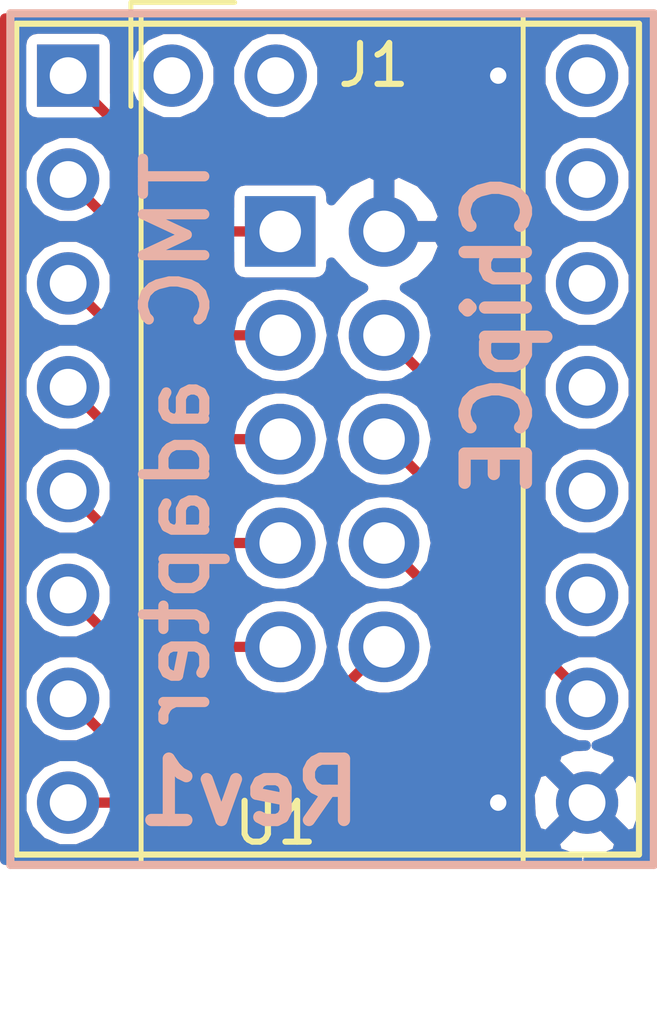
<source format=kicad_pcb>
(kicad_pcb (version 20171130) (host pcbnew 5.0.2+dfsg1-1)

  (general
    (thickness 1.6)
    (drawings 7)
    (tracks 28)
    (zones 0)
    (modules 2)
    (nets 19)
  )

  (page A4)
  (layers
    (0 F.Cu signal)
    (31 B.Cu signal)
    (32 B.Adhes user)
    (33 F.Adhes user)
    (34 B.Paste user)
    (35 F.Paste user)
    (36 B.SilkS user)
    (37 F.SilkS user)
    (38 B.Mask user)
    (39 F.Mask user)
    (40 Dwgs.User user)
    (41 Cmts.User user)
    (42 Eco1.User user)
    (43 Eco2.User user)
    (44 Edge.Cuts user)
    (45 Margin user)
    (46 B.CrtYd user)
    (47 F.CrtYd user)
    (48 B.Fab user)
    (49 F.Fab user)
  )

  (setup
    (last_trace_width 0.25)
    (trace_clearance 0.2)
    (zone_clearance 0.254)
    (zone_45_only no)
    (trace_min 0.2)
    (segment_width 0.2)
    (edge_width 0.15)
    (via_size 0.8)
    (via_drill 0.4)
    (via_min_size 0.4)
    (via_min_drill 0.3)
    (uvia_size 0.3)
    (uvia_drill 0.1)
    (uvias_allowed no)
    (uvia_min_size 0.2)
    (uvia_min_drill 0.1)
    (pcb_text_width 0.3)
    (pcb_text_size 1.5 1.5)
    (mod_edge_width 0.15)
    (mod_text_size 1 1)
    (mod_text_width 0.15)
    (pad_size 1.524 1.524)
    (pad_drill 0.762)
    (pad_to_mask_clearance 0.051)
    (solder_mask_min_width 0.25)
    (aux_axis_origin 0 0)
    (visible_elements FFFFFF7F)
    (pcbplotparams
      (layerselection 0x010fc_ffffffff)
      (usegerberextensions true)
      (usegerberattributes false)
      (usegerberadvancedattributes false)
      (creategerberjobfile false)
      (excludeedgelayer true)
      (linewidth 0.100000)
      (plotframeref false)
      (viasonmask false)
      (mode 1)
      (useauxorigin false)
      (hpglpennumber 1)
      (hpglpenspeed 20)
      (hpglpendiameter 15.000000)
      (psnegative false)
      (psa4output false)
      (plotreference true)
      (plotvalue true)
      (plotinvisibletext false)
      (padsonsilk false)
      (subtractmaskfromsilk false)
      (outputformat 1)
      (mirror false)
      (drillshape 0)
      (scaleselection 1)
      (outputdirectory "export/"))
  )

  (net 0 "")
  (net 1 "Net-(J1-Pad1)")
  (net 2 "Net-(J1-Pad3)")
  (net 3 GND)
  (net 4 "Net-(J1-Pad5)")
  (net 5 "Net-(J1-Pad6)")
  (net 6 "Net-(J1-Pad7)")
  (net 7 "Net-(J1-Pad8)")
  (net 8 "Net-(J1-Pad9)")
  (net 9 "Net-(J1-Pad10)")
  (net 10 "Net-(U1-Pad11)")
  (net 11 "Net-(U1-Pad12)")
  (net 12 "Net-(U1-Pad13)")
  (net 13 "Net-(U1-Pad14)")
  (net 14 "Net-(U1-Pad15)")
  (net 15 "Net-(U1-Pad16)")
  (net 16 "Net-(U1-Pad17)")
  (net 17 "Net-(J1-Pad4)")
  (net 18 "Net-(U1-Pad18)")

  (net_class Default "This is the default net class."
    (clearance 0.2)
    (trace_width 0.25)
    (via_dia 0.8)
    (via_drill 0.4)
    (uvia_dia 0.3)
    (uvia_drill 0.1)
    (add_net GND)
    (add_net "Net-(J1-Pad1)")
    (add_net "Net-(J1-Pad10)")
    (add_net "Net-(J1-Pad3)")
    (add_net "Net-(J1-Pad4)")
    (add_net "Net-(J1-Pad5)")
    (add_net "Net-(J1-Pad6)")
    (add_net "Net-(J1-Pad7)")
    (add_net "Net-(J1-Pad8)")
    (add_net "Net-(J1-Pad9)")
    (add_net "Net-(U1-Pad11)")
    (add_net "Net-(U1-Pad12)")
    (add_net "Net-(U1-Pad13)")
    (add_net "Net-(U1-Pad14)")
    (add_net "Net-(U1-Pad15)")
    (add_net "Net-(U1-Pad16)")
    (add_net "Net-(U1-Pad17)")
    (add_net "Net-(U1-Pad18)")
  )

  (module Connector_IDC:IDC-Header_2x05_P2.54mm_Vertical (layer F.Cu) (tedit 59DE0611) (tstamp 6100A484)
    (at 152.146 72.39)
    (descr "Through hole straight IDC box header, 2x05, 2.54mm pitch, double rows")
    (tags "Through hole IDC box header THT 2x05 2.54mm double row")
    (path /60F40E0B)
    (fp_text reference J1 (at 2.286 -4.064) (layer F.SilkS)
      (effects (font (size 1 1) (thickness 0.15)))
    )
    (fp_text value header_2x5 (at 1.27 16.764) (layer F.Fab)
      (effects (font (size 1 1) (thickness 0.15)))
    )
    (fp_text user %R (at 1.27 5.08) (layer F.Fab)
      (effects (font (size 1 1) (thickness 0.15)))
    )
    (fp_line (start 5.695 -5.1) (end 5.695 15.26) (layer F.Fab) (width 0.1))
    (fp_line (start 5.145 -4.56) (end 5.145 14.7) (layer F.Fab) (width 0.1))
    (fp_line (start -3.155 -5.1) (end -3.155 15.26) (layer F.Fab) (width 0.1))
    (fp_line (start -2.605 -4.56) (end -2.605 2.83) (layer F.Fab) (width 0.1))
    (fp_line (start -2.605 7.33) (end -2.605 14.7) (layer F.Fab) (width 0.1))
    (fp_line (start -2.605 2.83) (end -3.155 2.83) (layer F.Fab) (width 0.1))
    (fp_line (start -2.605 7.33) (end -3.155 7.33) (layer F.Fab) (width 0.1))
    (fp_line (start 5.695 -5.1) (end -3.155 -5.1) (layer F.Fab) (width 0.1))
    (fp_line (start 5.145 -4.56) (end -2.605 -4.56) (layer F.Fab) (width 0.1))
    (fp_line (start 5.695 15.26) (end -3.155 15.26) (layer F.Fab) (width 0.1))
    (fp_line (start 5.145 14.7) (end -2.605 14.7) (layer F.Fab) (width 0.1))
    (fp_line (start 5.695 -5.1) (end 5.145 -4.56) (layer F.Fab) (width 0.1))
    (fp_line (start 5.695 15.26) (end 5.145 14.7) (layer F.Fab) (width 0.1))
    (fp_line (start -3.155 -5.1) (end -2.605 -4.56) (layer F.Fab) (width 0.1))
    (fp_line (start -3.155 15.26) (end -2.605 14.7) (layer F.Fab) (width 0.1))
    (fp_line (start 5.95 -5.35) (end 5.95 15.51) (layer F.CrtYd) (width 0.05))
    (fp_line (start 5.95 15.51) (end -3.41 15.51) (layer F.CrtYd) (width 0.05))
    (fp_line (start -3.41 15.51) (end -3.41 -5.35) (layer F.CrtYd) (width 0.05))
    (fp_line (start -3.41 -5.35) (end 5.95 -5.35) (layer F.CrtYd) (width 0.05))
    (fp_line (start 5.945 -5.35) (end 5.945 15.51) (layer F.SilkS) (width 0.12))
    (fp_line (start 5.945 15.51) (end -3.405 15.51) (layer F.SilkS) (width 0.12))
    (fp_line (start -3.405 15.51) (end -3.405 -5.35) (layer F.SilkS) (width 0.12))
    (fp_line (start -3.405 -5.35) (end 5.945 -5.35) (layer F.SilkS) (width 0.12))
    (fp_line (start -3.655 -5.6) (end -3.655 -3.06) (layer F.SilkS) (width 0.12))
    (fp_line (start -3.655 -5.6) (end -1.115 -5.6) (layer F.SilkS) (width 0.12))
    (pad 1 thru_hole rect (at 0 0) (size 1.7272 1.7272) (drill 1.016) (layers *.Cu *.Mask)
      (net 1 "Net-(J1-Pad1)"))
    (pad 2 thru_hole oval (at 2.54 0) (size 1.7272 1.7272) (drill 1.016) (layers *.Cu *.Mask)
      (net 3 GND))
    (pad 3 thru_hole oval (at 0 2.54) (size 1.7272 1.7272) (drill 1.016) (layers *.Cu *.Mask)
      (net 2 "Net-(J1-Pad3)"))
    (pad 4 thru_hole oval (at 2.54 2.54) (size 1.7272 1.7272) (drill 1.016) (layers *.Cu *.Mask)
      (net 17 "Net-(J1-Pad4)"))
    (pad 5 thru_hole oval (at 0 5.08) (size 1.7272 1.7272) (drill 1.016) (layers *.Cu *.Mask)
      (net 4 "Net-(J1-Pad5)"))
    (pad 6 thru_hole oval (at 2.54 5.08) (size 1.7272 1.7272) (drill 1.016) (layers *.Cu *.Mask)
      (net 5 "Net-(J1-Pad6)"))
    (pad 7 thru_hole oval (at 0 7.62) (size 1.7272 1.7272) (drill 1.016) (layers *.Cu *.Mask)
      (net 6 "Net-(J1-Pad7)"))
    (pad 8 thru_hole oval (at 2.54 7.62) (size 1.7272 1.7272) (drill 1.016) (layers *.Cu *.Mask)
      (net 7 "Net-(J1-Pad8)"))
    (pad 9 thru_hole oval (at 0 10.16) (size 1.7272 1.7272) (drill 1.016) (layers *.Cu *.Mask)
      (net 8 "Net-(J1-Pad9)"))
    (pad 10 thru_hole oval (at 2.54 10.16) (size 1.7272 1.7272) (drill 1.016) (layers *.Cu *.Mask)
      (net 9 "Net-(J1-Pad10)"))
    (model ${KISYS3DMOD}/Connector_IDC.3dshapes/IDC-Header_2x05_P2.54mm_Vertical.wrl
      (at (xyz 0 0 0))
      (scale (xyz 1 1 1))
      (rotate (xyz 0 0 0))
    )
  )

  (module custom-footprints:TMC-step-stick (layer F.Cu) (tedit 60F3D74F) (tstamp 6100A290)
    (at 152.035001 86.36)
    (path /60F3E2F4)
    (fp_text reference U1 (at 0 0.5) (layer F.SilkS)
      (effects (font (size 1 1) (thickness 0.15)))
    )
    (fp_text value TMC-step-stick (at 1.380999 4.572) (layer F.Fab)
      (effects (font (size 1 1) (thickness 0.15)))
    )
    (fp_line (start -6.35 -19.05) (end 8.89 -19.05) (layer F.SilkS) (width 0.15))
    (fp_line (start 8.89 -19.05) (end 8.89 1.27) (layer F.SilkS) (width 0.15))
    (fp_line (start 8.89 1.27) (end -6.35 1.27) (layer F.SilkS) (width 0.15))
    (fp_line (start -6.35 1.27) (end -6.35 -19.05) (layer F.SilkS) (width 0.15))
    (fp_line (start -6.35 -19.05) (end 8.89 -19.05) (layer F.CrtYd) (width 0.15))
    (fp_line (start 8.89 -19.05) (end 8.89 1.27) (layer F.CrtYd) (width 0.15))
    (fp_line (start 8.89 1.27) (end -6.35 1.27) (layer F.CrtYd) (width 0.15))
    (fp_line (start -6.35 1.27) (end -6.35 -19.05) (layer F.CrtYd) (width 0.15))
    (pad 1 thru_hole rect (at -5.08 -17.78) (size 1.524 1.524) (drill 0.9) (layers *.Cu *.Mask)
      (net 1 "Net-(J1-Pad1)"))
    (pad 2 thru_hole circle (at -5.08 -15.24) (size 1.524 1.524) (drill 0.9) (layers *.Cu *.Mask)
      (net 2 "Net-(J1-Pad3)"))
    (pad 3 thru_hole circle (at -5.08 -12.7) (size 1.524 1.524) (drill 0.9) (layers *.Cu *.Mask)
      (net 4 "Net-(J1-Pad5)"))
    (pad 4 thru_hole circle (at -5.08 -10.16) (size 1.524 1.524) (drill 0.9) (layers *.Cu *.Mask)
      (net 6 "Net-(J1-Pad7)"))
    (pad 5 thru_hole circle (at -5.08 -7.62) (size 1.524 1.524) (drill 0.9) (layers *.Cu *.Mask)
      (net 8 "Net-(J1-Pad9)"))
    (pad 6 thru_hole circle (at -5.08 -5.08) (size 1.524 1.524) (drill 0.9) (layers *.Cu *.Mask)
      (net 9 "Net-(J1-Pad10)"))
    (pad 7 thru_hole circle (at -5.08 -2.54) (size 1.524 1.524) (drill 0.9) (layers *.Cu *.Mask)
      (net 7 "Net-(J1-Pad8)"))
    (pad 8 thru_hole circle (at -5.08 0) (size 1.524 1.524) (drill 0.9) (layers *.Cu *.Mask)
      (net 5 "Net-(J1-Pad6)"))
    (pad 9 thru_hole circle (at 7.62 0) (size 1.524 1.524) (drill 0.9) (layers *.Cu *.Mask)
      (net 3 GND))
    (pad 10 thru_hole circle (at 7.62 -2.54) (size 1.524 1.524) (drill 0.9) (layers *.Cu *.Mask)
      (net 17 "Net-(J1-Pad4)"))
    (pad 11 thru_hole circle (at 7.62 -5.08) (size 1.524 1.524) (drill 0.9) (layers *.Cu *.Mask)
      (net 10 "Net-(U1-Pad11)"))
    (pad 12 thru_hole circle (at 7.62 -7.62) (size 1.524 1.524) (drill 0.9) (layers *.Cu *.Mask)
      (net 11 "Net-(U1-Pad12)"))
    (pad 13 thru_hole circle (at 7.62 -10.16) (size 1.524 1.524) (drill 0.9) (layers *.Cu *.Mask)
      (net 12 "Net-(U1-Pad13)"))
    (pad 14 thru_hole circle (at 7.62 -12.7) (size 1.524 1.524) (drill 0.9) (layers *.Cu *.Mask)
      (net 13 "Net-(U1-Pad14)"))
    (pad 15 thru_hole circle (at 7.62 -15.24) (size 1.524 1.524) (drill 0.9) (layers *.Cu *.Mask)
      (net 14 "Net-(U1-Pad15)"))
    (pad 16 thru_hole circle (at 7.62 -17.78) (size 1.524 1.524) (drill 0.9) (layers *.Cu *.Mask)
      (net 15 "Net-(U1-Pad16)"))
    (pad 17 thru_hole circle (at -2.54 -17.78) (size 1.524 1.524) (drill 0.9) (layers *.Cu *.Mask)
      (net 16 "Net-(U1-Pad17)"))
    (pad 18 thru_hole circle (at 0 -17.78) (size 1.524 1.524) (drill 0.9) (layers *.Cu *.Mask)
      (net 18 "Net-(U1-Pad18)"))
  )

  (gr_text ChipCE (at 157.48 74.93 90) (layer B.SilkS)
    (effects (font (size 1.5 1.5) (thickness 0.3)) (justify mirror))
  )
  (gr_text Rev1 (at 151.384 86.106) (layer B.SilkS)
    (effects (font (size 1.5 1.5) (thickness 0.3)) (justify mirror))
  )
  (gr_text "TMC adapter" (at 149.606 77.47 90) (layer B.SilkS)
    (effects (font (size 1.5 1.5) (thickness 0.25)) (justify mirror))
  )
  (gr_line (start 161.29 67.056) (end 145.542 67.056) (layer B.SilkS) (width 0.2))
  (gr_line (start 161.29 87.884) (end 161.29 67.056) (layer B.SilkS) (width 0.2))
  (gr_line (start 145.542 87.884) (end 161.29 87.884) (layer B.SilkS) (width 0.2))
  (gr_line (start 145.542 67.056) (end 145.542 87.884) (layer B.SilkS) (width 0.2))

  (segment (start 150.765001 72.39) (end 152.146 72.39) (width 0.25) (layer F.Cu) (net 1))
  (segment (start 146.955001 68.58) (end 150.765001 72.39) (width 0.25) (layer F.Cu) (net 1))
  (segment (start 150.765001 74.93) (end 152.146 74.93) (width 0.25) (layer F.Cu) (net 2))
  (segment (start 146.955001 71.12) (end 150.765001 74.93) (width 0.25) (layer F.Cu) (net 2))
  (via (at 157.48 86.36) (size 0.8) (drill 0.4) (layers F.Cu B.Cu) (net 3))
  (via (at 157.48 68.58) (size 0.8) (drill 0.4) (layers F.Cu B.Cu) (net 3))
  (segment (start 150.765001 77.47) (end 152.146 77.47) (width 0.25) (layer F.Cu) (net 4))
  (segment (start 146.955001 73.66) (end 150.765001 77.47) (width 0.25) (layer F.Cu) (net 4))
  (segment (start 156.91401 79.69801) (end 155.549599 78.333599) (width 0.25) (layer F.Cu) (net 5))
  (segment (start 156.91401 83.82) (end 156.91401 79.69801) (width 0.25) (layer F.Cu) (net 5))
  (segment (start 146.955001 86.36) (end 154.432 86.36) (width 0.25) (layer F.Cu) (net 5))
  (segment (start 155.549599 78.333599) (end 154.686 77.47) (width 0.25) (layer F.Cu) (net 5))
  (segment (start 154.432 86.36) (end 156.91401 83.82) (width 0.25) (layer F.Cu) (net 5))
  (segment (start 150.765001 80.01) (end 152.146 80.01) (width 0.25) (layer F.Cu) (net 6))
  (segment (start 146.955001 76.2) (end 150.765001 80.01) (width 0.25) (layer F.Cu) (net 6))
  (segment (start 156.464 83.566) (end 156.464 81.788) (width 0.25) (layer F.Cu) (net 7))
  (segment (start 156.464 81.788) (end 154.686 80.01) (width 0.25) (layer F.Cu) (net 7))
  (segment (start 154.686 85.344) (end 156.464 83.566) (width 0.25) (layer F.Cu) (net 7))
  (segment (start 146.955001 83.82) (end 148.479001 85.344) (width 0.25) (layer F.Cu) (net 7))
  (segment (start 148.479001 85.344) (end 154.686 85.344) (width 0.25) (layer F.Cu) (net 7))
  (segment (start 150.765001 82.55) (end 152.146 82.55) (width 0.25) (layer F.Cu) (net 8))
  (segment (start 146.955001 78.74) (end 150.765001 82.55) (width 0.25) (layer F.Cu) (net 8))
  (segment (start 146.955001 81.28) (end 150.257001 84.582) (width 0.25) (layer F.Cu) (net 9))
  (segment (start 152.654 84.582) (end 154.686 82.55) (width 0.25) (layer F.Cu) (net 9))
  (segment (start 150.257001 84.582) (end 152.654 84.582) (width 0.25) (layer F.Cu) (net 9))
  (segment (start 157.734 81.898999) (end 159.655001 83.82) (width 0.25) (layer F.Cu) (net 17))
  (segment (start 154.686 74.93) (end 157.734 77.978) (width 0.25) (layer F.Cu) (net 17))
  (segment (start 157.734 77.978) (end 157.734 81.898999) (width 0.25) (layer F.Cu) (net 17))

  (zone (net 3) (net_name GND) (layer F.Cu) (tstamp 610ED006) (hatch edge 0.508)
    (connect_pads (clearance 0.254))
    (min_thickness 0.254)
    (fill yes (arc_segments 16) (thermal_gap 0.508) (thermal_bridge_width 0.508))
    (polygon
      (pts
        (xy 145.288 67.056) (xy 161.29 67.056) (xy 161.29 87.884) (xy 145.288 87.884)
      )
    )
    (filled_polygon
      (pts
        (xy 161.163 87.757) (xy 159.689932 87.757) (xy 160.002369 87.741362) (xy 160.386144 87.582397) (xy 160.455609 87.340213)
        (xy 159.655001 86.539605) (xy 158.854393 87.340213) (xy 158.923858 87.582397) (xy 159.413264 87.757) (xy 145.415 87.757)
        (xy 145.415 78.512643) (xy 145.812001 78.512643) (xy 145.812001 78.967357) (xy 145.986012 79.387458) (xy 146.307543 79.708989)
        (xy 146.727644 79.883) (xy 147.182358 79.883) (xy 147.323816 79.824406) (xy 150.371964 82.872555) (xy 150.400195 82.914806)
        (xy 150.512782 82.990033) (xy 150.567569 83.026641) (xy 150.765001 83.065913) (xy 150.814836 83.056) (xy 150.987231 83.056)
        (xy 151.248694 83.447306) (xy 151.660381 83.722387) (xy 152.023419 83.7946) (xy 152.268581 83.7946) (xy 152.631619 83.722387)
        (xy 153.043306 83.447306) (xy 153.318387 83.035619) (xy 153.414983 82.55) (xy 153.318387 82.064381) (xy 153.043306 81.652694)
        (xy 152.631619 81.377613) (xy 152.268581 81.3054) (xy 152.023419 81.3054) (xy 151.660381 81.377613) (xy 151.248694 81.652694)
        (xy 150.987231 82.044) (xy 150.974593 82.044) (xy 148.039407 79.108815) (xy 148.098001 78.967357) (xy 148.098001 78.512643)
        (xy 147.92399 78.092542) (xy 147.602459 77.771011) (xy 147.182358 77.597) (xy 146.727644 77.597) (xy 146.307543 77.771011)
        (xy 145.986012 78.092542) (xy 145.812001 78.512643) (xy 145.415 78.512643) (xy 145.415 75.972643) (xy 145.812001 75.972643)
        (xy 145.812001 76.427357) (xy 145.986012 76.847458) (xy 146.307543 77.168989) (xy 146.727644 77.343) (xy 147.182358 77.343)
        (xy 147.323816 77.284406) (xy 150.371964 80.332555) (xy 150.400195 80.374806) (xy 150.512782 80.450033) (xy 150.567569 80.486641)
        (xy 150.765001 80.525913) (xy 150.814836 80.516) (xy 150.987231 80.516) (xy 151.248694 80.907306) (xy 151.660381 81.182387)
        (xy 152.023419 81.2546) (xy 152.268581 81.2546) (xy 152.631619 81.182387) (xy 153.043306 80.907306) (xy 153.318387 80.495619)
        (xy 153.414983 80.01) (xy 153.318387 79.524381) (xy 153.043306 79.112694) (xy 152.631619 78.837613) (xy 152.268581 78.7654)
        (xy 152.023419 78.7654) (xy 151.660381 78.837613) (xy 151.248694 79.112694) (xy 150.987231 79.504) (xy 150.974593 79.504)
        (xy 148.039407 76.568815) (xy 148.098001 76.427357) (xy 148.098001 75.972643) (xy 147.92399 75.552542) (xy 147.602459 75.231011)
        (xy 147.182358 75.057) (xy 146.727644 75.057) (xy 146.307543 75.231011) (xy 145.986012 75.552542) (xy 145.812001 75.972643)
        (xy 145.415 75.972643) (xy 145.415 73.432643) (xy 145.812001 73.432643) (xy 145.812001 73.887357) (xy 145.986012 74.307458)
        (xy 146.307543 74.628989) (xy 146.727644 74.803) (xy 147.182358 74.803) (xy 147.323816 74.744406) (xy 150.371964 77.792555)
        (xy 150.400195 77.834806) (xy 150.512782 77.910033) (xy 150.567569 77.946641) (xy 150.765001 77.985913) (xy 150.814836 77.976)
        (xy 150.987231 77.976) (xy 151.248694 78.367306) (xy 151.660381 78.642387) (xy 152.023419 78.7146) (xy 152.268581 78.7146)
        (xy 152.631619 78.642387) (xy 153.043306 78.367306) (xy 153.318387 77.955619) (xy 153.414983 77.47) (xy 153.318387 76.984381)
        (xy 153.043306 76.572694) (xy 152.631619 76.297613) (xy 152.268581 76.2254) (xy 152.023419 76.2254) (xy 151.660381 76.297613)
        (xy 151.248694 76.572694) (xy 150.987231 76.964) (xy 150.974593 76.964) (xy 148.039407 74.028815) (xy 148.098001 73.887357)
        (xy 148.098001 73.432643) (xy 147.92399 73.012542) (xy 147.602459 72.691011) (xy 147.182358 72.517) (xy 146.727644 72.517)
        (xy 146.307543 72.691011) (xy 145.986012 73.012542) (xy 145.812001 73.432643) (xy 145.415 73.432643) (xy 145.415 70.892643)
        (xy 145.812001 70.892643) (xy 145.812001 71.347357) (xy 145.986012 71.767458) (xy 146.307543 72.088989) (xy 146.727644 72.263)
        (xy 147.182358 72.263) (xy 147.323816 72.204406) (xy 150.371964 75.252555) (xy 150.400195 75.294806) (xy 150.512782 75.370033)
        (xy 150.567569 75.406641) (xy 150.765001 75.445913) (xy 150.814836 75.436) (xy 150.987231 75.436) (xy 151.248694 75.827306)
        (xy 151.660381 76.102387) (xy 152.023419 76.1746) (xy 152.268581 76.1746) (xy 152.631619 76.102387) (xy 153.043306 75.827306)
        (xy 153.318387 75.415619) (xy 153.414983 74.93) (xy 153.318387 74.444381) (xy 153.043306 74.032694) (xy 152.631619 73.757613)
        (xy 152.268581 73.6854) (xy 152.023419 73.6854) (xy 151.660381 73.757613) (xy 151.248694 74.032694) (xy 150.987231 74.424)
        (xy 150.974593 74.424) (xy 148.039407 71.488815) (xy 148.098001 71.347357) (xy 148.098001 70.892643) (xy 147.92399 70.472542)
        (xy 147.602459 70.151011) (xy 147.182358 69.977) (xy 146.727644 69.977) (xy 146.307543 70.151011) (xy 145.986012 70.472542)
        (xy 145.812001 70.892643) (xy 145.415 70.892643) (xy 145.415 67.818) (xy 145.804537 67.818) (xy 145.804537 69.342)
        (xy 145.834107 69.490659) (xy 145.918315 69.616686) (xy 146.044342 69.700894) (xy 146.193001 69.730464) (xy 147.389874 69.730464)
        (xy 150.371964 72.712555) (xy 150.400195 72.754806) (xy 150.512782 72.830033) (xy 150.567569 72.866641) (xy 150.765001 72.905913)
        (xy 150.814836 72.896) (xy 150.893936 72.896) (xy 150.893936 73.2536) (xy 150.923506 73.402259) (xy 151.007714 73.528286)
        (xy 151.133741 73.612494) (xy 151.2824 73.642064) (xy 153.0096 73.642064) (xy 153.158259 73.612494) (xy 153.284286 73.528286)
        (xy 153.368494 73.402259) (xy 153.398064 73.2536) (xy 153.398064 73.152276) (xy 153.403312 73.164947) (xy 153.79751 73.596821)
        (xy 154.17573 73.774084) (xy 153.788694 74.032694) (xy 153.513613 74.444381) (xy 153.417017 74.93) (xy 153.513613 75.415619)
        (xy 153.788694 75.827306) (xy 154.200381 76.102387) (xy 154.563419 76.1746) (xy 154.808581 76.1746) (xy 155.147578 76.107169)
        (xy 157.228 78.187592) (xy 157.228 79.296407) (xy 155.942635 78.011044) (xy 155.942633 78.011041) (xy 155.863169 77.931577)
        (xy 155.954983 77.47) (xy 155.858387 76.984381) (xy 155.583306 76.572694) (xy 155.171619 76.297613) (xy 154.808581 76.2254)
        (xy 154.563419 76.2254) (xy 154.200381 76.297613) (xy 153.788694 76.572694) (xy 153.513613 76.984381) (xy 153.417017 77.47)
        (xy 153.513613 77.955619) (xy 153.788694 78.367306) (xy 154.200381 78.642387) (xy 154.563419 78.7146) (xy 154.808581 78.7146)
        (xy 155.147577 78.647169) (xy 155.227041 78.726633) (xy 155.227044 78.726635) (xy 156.408011 79.907604) (xy 156.408011 81.016419)
        (xy 155.863169 80.471578) (xy 155.954983 80.01) (xy 155.858387 79.524381) (xy 155.583306 79.112694) (xy 155.171619 78.837613)
        (xy 154.808581 78.7654) (xy 154.563419 78.7654) (xy 154.200381 78.837613) (xy 153.788694 79.112694) (xy 153.513613 79.524381)
        (xy 153.417017 80.01) (xy 153.513613 80.495619) (xy 153.788694 80.907306) (xy 154.200381 81.182387) (xy 154.563419 81.2546)
        (xy 154.808581 81.2546) (xy 155.147578 81.187169) (xy 155.958001 81.997593) (xy 155.958 83.356408) (xy 154.476409 84.838)
        (xy 153.113591 84.838) (xy 154.224422 83.727169) (xy 154.563419 83.7946) (xy 154.808581 83.7946) (xy 155.171619 83.722387)
        (xy 155.583306 83.447306) (xy 155.858387 83.035619) (xy 155.954983 82.55) (xy 155.858387 82.064381) (xy 155.583306 81.652694)
        (xy 155.171619 81.377613) (xy 154.808581 81.3054) (xy 154.563419 81.3054) (xy 154.200381 81.377613) (xy 153.788694 81.652694)
        (xy 153.513613 82.064381) (xy 153.417017 82.55) (xy 153.508831 83.011578) (xy 152.444409 84.076) (xy 150.466593 84.076)
        (xy 148.039407 81.648815) (xy 148.098001 81.507357) (xy 148.098001 81.052643) (xy 147.92399 80.632542) (xy 147.602459 80.311011)
        (xy 147.182358 80.137) (xy 146.727644 80.137) (xy 146.307543 80.311011) (xy 145.986012 80.632542) (xy 145.812001 81.052643)
        (xy 145.812001 81.507357) (xy 145.986012 81.927458) (xy 146.307543 82.248989) (xy 146.727644 82.423) (xy 147.182358 82.423)
        (xy 147.323816 82.364406) (xy 149.797409 84.838) (xy 148.688593 84.838) (xy 148.039407 84.188815) (xy 148.098001 84.047357)
        (xy 148.098001 83.592643) (xy 147.92399 83.172542) (xy 147.602459 82.851011) (xy 147.182358 82.677) (xy 146.727644 82.677)
        (xy 146.307543 82.851011) (xy 145.986012 83.172542) (xy 145.812001 83.592643) (xy 145.812001 84.047357) (xy 145.986012 84.467458)
        (xy 146.307543 84.788989) (xy 146.727644 84.963) (xy 147.182358 84.963) (xy 147.323816 84.904406) (xy 148.085964 85.666555)
        (xy 148.114195 85.708806) (xy 148.28157 85.820641) (xy 148.429166 85.85) (xy 148.449275 85.854) (xy 147.982584 85.854)
        (xy 147.92399 85.712542) (xy 147.602459 85.391011) (xy 147.182358 85.217) (xy 146.727644 85.217) (xy 146.307543 85.391011)
        (xy 145.986012 85.712542) (xy 145.812001 86.132643) (xy 145.812001 86.587357) (xy 145.986012 87.007458) (xy 146.307543 87.328989)
        (xy 146.727644 87.503) (xy 147.182358 87.503) (xy 147.602459 87.328989) (xy 147.92399 87.007458) (xy 147.982584 86.866)
        (xy 154.385112 86.866) (xy 154.437956 86.875879) (xy 154.533567 86.85571) (xy 154.629431 86.836641) (xy 154.631955 86.834955)
        (xy 154.634921 86.834329) (xy 154.715474 86.77915) (xy 154.796806 86.724806) (xy 154.826677 86.680101) (xy 155.342426 86.152302)
        (xy 158.245857 86.152302) (xy 158.273639 86.707368) (xy 158.432604 87.091143) (xy 158.674788 87.160608) (xy 159.475396 86.36)
        (xy 159.834606 86.36) (xy 160.635214 87.160608) (xy 160.877398 87.091143) (xy 161.064145 86.567698) (xy 161.036363 86.012632)
        (xy 160.877398 85.628857) (xy 160.635214 85.559392) (xy 159.834606 86.36) (xy 159.475396 86.36) (xy 158.674788 85.559392)
        (xy 158.432604 85.628857) (xy 158.245857 86.152302) (xy 155.342426 86.152302) (xy 157.239018 84.211398) (xy 157.278816 84.184806)
        (xy 157.308686 84.140102) (xy 157.310742 84.137998) (xy 157.336317 84.098748) (xy 157.390651 84.017431) (xy 157.391243 84.014455)
        (xy 157.392898 84.011915) (xy 157.410856 83.915856) (xy 157.42001 83.869835) (xy 157.42001 83.866888) (xy 157.429889 83.814044)
        (xy 157.42001 83.767213) (xy 157.42001 82.3006) (xy 158.570595 83.451185) (xy 158.512001 83.592643) (xy 158.512001 84.047357)
        (xy 158.686012 84.467458) (xy 159.007543 84.788989) (xy 159.427644 84.963) (xy 159.62007 84.963) (xy 159.307633 84.978638)
        (xy 158.923858 85.137603) (xy 158.854393 85.379787) (xy 159.655001 86.180395) (xy 160.455609 85.379787) (xy 160.386144 85.137603)
        (xy 159.889012 84.960244) (xy 160.302459 84.788989) (xy 160.62399 84.467458) (xy 160.798001 84.047357) (xy 160.798001 83.592643)
        (xy 160.62399 83.172542) (xy 160.302459 82.851011) (xy 159.882358 82.677) (xy 159.427644 82.677) (xy 159.286186 82.735594)
        (xy 158.24 81.689408) (xy 158.24 81.052643) (xy 158.512001 81.052643) (xy 158.512001 81.507357) (xy 158.686012 81.927458)
        (xy 159.007543 82.248989) (xy 159.427644 82.423) (xy 159.882358 82.423) (xy 160.302459 82.248989) (xy 160.62399 81.927458)
        (xy 160.798001 81.507357) (xy 160.798001 81.052643) (xy 160.62399 80.632542) (xy 160.302459 80.311011) (xy 159.882358 80.137)
        (xy 159.427644 80.137) (xy 159.007543 80.311011) (xy 158.686012 80.632542) (xy 158.512001 81.052643) (xy 158.24 81.052643)
        (xy 158.24 78.512643) (xy 158.512001 78.512643) (xy 158.512001 78.967357) (xy 158.686012 79.387458) (xy 159.007543 79.708989)
        (xy 159.427644 79.883) (xy 159.882358 79.883) (xy 160.302459 79.708989) (xy 160.62399 79.387458) (xy 160.798001 78.967357)
        (xy 160.798001 78.512643) (xy 160.62399 78.092542) (xy 160.302459 77.771011) (xy 159.882358 77.597) (xy 159.427644 77.597)
        (xy 159.007543 77.771011) (xy 158.686012 78.092542) (xy 158.512001 78.512643) (xy 158.24 78.512643) (xy 158.24 78.027834)
        (xy 158.249913 77.978) (xy 158.225836 77.856959) (xy 158.210641 77.780569) (xy 158.098806 77.613194) (xy 158.056556 77.584964)
        (xy 156.444235 75.972643) (xy 158.512001 75.972643) (xy 158.512001 76.427357) (xy 158.686012 76.847458) (xy 159.007543 77.168989)
        (xy 159.427644 77.343) (xy 159.882358 77.343) (xy 160.302459 77.168989) (xy 160.62399 76.847458) (xy 160.798001 76.427357)
        (xy 160.798001 75.972643) (xy 160.62399 75.552542) (xy 160.302459 75.231011) (xy 159.882358 75.057) (xy 159.427644 75.057)
        (xy 159.007543 75.231011) (xy 158.686012 75.552542) (xy 158.512001 75.972643) (xy 156.444235 75.972643) (xy 155.863169 75.391578)
        (xy 155.954983 74.93) (xy 155.858387 74.444381) (xy 155.583306 74.032694) (xy 155.19627 73.774084) (xy 155.57449 73.596821)
        (xy 155.724345 73.432643) (xy 158.512001 73.432643) (xy 158.512001 73.887357) (xy 158.686012 74.307458) (xy 159.007543 74.628989)
        (xy 159.427644 74.803) (xy 159.882358 74.803) (xy 160.302459 74.628989) (xy 160.62399 74.307458) (xy 160.798001 73.887357)
        (xy 160.798001 73.432643) (xy 160.62399 73.012542) (xy 160.302459 72.691011) (xy 159.882358 72.517) (xy 159.427644 72.517)
        (xy 159.007543 72.691011) (xy 158.686012 73.012542) (xy 158.512001 73.432643) (xy 155.724345 73.432643) (xy 155.968688 73.164947)
        (xy 156.140958 72.749026) (xy 156.019817 72.517) (xy 154.813 72.517) (xy 154.813 72.537) (xy 154.559 72.537)
        (xy 154.559 72.517) (xy 154.539 72.517) (xy 154.539 72.263) (xy 154.559 72.263) (xy 154.559 71.055531)
        (xy 154.813 71.055531) (xy 154.813 72.263) (xy 156.019817 72.263) (xy 156.140958 72.030974) (xy 155.968688 71.615053)
        (xy 155.57449 71.183179) (xy 155.045027 70.935032) (xy 154.813 71.055531) (xy 154.559 71.055531) (xy 154.326973 70.935032)
        (xy 153.79751 71.183179) (xy 153.403312 71.615053) (xy 153.398064 71.627724) (xy 153.398064 71.5264) (xy 153.368494 71.377741)
        (xy 153.284286 71.251714) (xy 153.158259 71.167506) (xy 153.0096 71.137936) (xy 151.2824 71.137936) (xy 151.133741 71.167506)
        (xy 151.007714 71.251714) (xy 150.923506 71.377741) (xy 150.893936 71.5264) (xy 150.893936 71.803343) (xy 149.983236 70.892643)
        (xy 158.512001 70.892643) (xy 158.512001 71.347357) (xy 158.686012 71.767458) (xy 159.007543 72.088989) (xy 159.427644 72.263)
        (xy 159.882358 72.263) (xy 160.302459 72.088989) (xy 160.62399 71.767458) (xy 160.798001 71.347357) (xy 160.798001 70.892643)
        (xy 160.62399 70.472542) (xy 160.302459 70.151011) (xy 159.882358 69.977) (xy 159.427644 69.977) (xy 159.007543 70.151011)
        (xy 158.686012 70.472542) (xy 158.512001 70.892643) (xy 149.983236 70.892643) (xy 148.105465 69.014873) (xy 148.105465 68.352643)
        (xy 148.352001 68.352643) (xy 148.352001 68.807357) (xy 148.526012 69.227458) (xy 148.847543 69.548989) (xy 149.267644 69.723)
        (xy 149.722358 69.723) (xy 150.142459 69.548989) (xy 150.46399 69.227458) (xy 150.638001 68.807357) (xy 150.638001 68.352643)
        (xy 150.892001 68.352643) (xy 150.892001 68.807357) (xy 151.066012 69.227458) (xy 151.387543 69.548989) (xy 151.807644 69.723)
        (xy 152.262358 69.723) (xy 152.682459 69.548989) (xy 153.00399 69.227458) (xy 153.178001 68.807357) (xy 153.178001 68.352643)
        (xy 158.512001 68.352643) (xy 158.512001 68.807357) (xy 158.686012 69.227458) (xy 159.007543 69.548989) (xy 159.427644 69.723)
        (xy 159.882358 69.723) (xy 160.302459 69.548989) (xy 160.62399 69.227458) (xy 160.798001 68.807357) (xy 160.798001 68.352643)
        (xy 160.62399 67.932542) (xy 160.302459 67.611011) (xy 159.882358 67.437) (xy 159.427644 67.437) (xy 159.007543 67.611011)
        (xy 158.686012 67.932542) (xy 158.512001 68.352643) (xy 153.178001 68.352643) (xy 153.00399 67.932542) (xy 152.682459 67.611011)
        (xy 152.262358 67.437) (xy 151.807644 67.437) (xy 151.387543 67.611011) (xy 151.066012 67.932542) (xy 150.892001 68.352643)
        (xy 150.638001 68.352643) (xy 150.46399 67.932542) (xy 150.142459 67.611011) (xy 149.722358 67.437) (xy 149.267644 67.437)
        (xy 148.847543 67.611011) (xy 148.526012 67.932542) (xy 148.352001 68.352643) (xy 148.105465 68.352643) (xy 148.105465 67.818)
        (xy 148.075895 67.669341) (xy 147.991687 67.543314) (xy 147.86566 67.459106) (xy 147.717001 67.429536) (xy 146.193001 67.429536)
        (xy 146.044342 67.459106) (xy 145.918315 67.543314) (xy 145.834107 67.669341) (xy 145.804537 67.818) (xy 145.415 67.818)
        (xy 145.415 67.183) (xy 161.163 67.183)
      )
    )
  )
  (zone (net 3) (net_name GND) (layer B.Cu) (tstamp 610ED003) (hatch edge 0.508)
    (connect_pads (clearance 0.254))
    (min_thickness 0.254)
    (fill yes (arc_segments 16) (thermal_gap 0.508) (thermal_bridge_width 0.508))
    (polygon
      (pts
        (xy 161.29 87.884) (xy 145.288 87.884) (xy 145.542 67.056) (xy 161.29 67.056)
      )
    )
    (filled_polygon
      (pts
        (xy 161.163 87.757) (xy 159.689932 87.757) (xy 160.002369 87.741362) (xy 160.386144 87.582397) (xy 160.455609 87.340213)
        (xy 159.655001 86.539605) (xy 158.854393 87.340213) (xy 158.923858 87.582397) (xy 159.413264 87.757) (xy 145.416559 87.757)
        (xy 145.436368 86.132643) (xy 145.812001 86.132643) (xy 145.812001 86.587357) (xy 145.986012 87.007458) (xy 146.307543 87.328989)
        (xy 146.727644 87.503) (xy 147.182358 87.503) (xy 147.602459 87.328989) (xy 147.92399 87.007458) (xy 148.098001 86.587357)
        (xy 148.098001 86.152302) (xy 158.245857 86.152302) (xy 158.273639 86.707368) (xy 158.432604 87.091143) (xy 158.674788 87.160608)
        (xy 159.475396 86.36) (xy 159.834606 86.36) (xy 160.635214 87.160608) (xy 160.877398 87.091143) (xy 161.064145 86.567698)
        (xy 161.036363 86.012632) (xy 160.877398 85.628857) (xy 160.635214 85.559392) (xy 159.834606 86.36) (xy 159.475396 86.36)
        (xy 158.674788 85.559392) (xy 158.432604 85.628857) (xy 158.245857 86.152302) (xy 148.098001 86.152302) (xy 148.098001 86.132643)
        (xy 147.92399 85.712542) (xy 147.602459 85.391011) (xy 147.182358 85.217) (xy 146.727644 85.217) (xy 146.307543 85.391011)
        (xy 145.986012 85.712542) (xy 145.812001 86.132643) (xy 145.436368 86.132643) (xy 145.467343 83.592643) (xy 145.812001 83.592643)
        (xy 145.812001 84.047357) (xy 145.986012 84.467458) (xy 146.307543 84.788989) (xy 146.727644 84.963) (xy 147.182358 84.963)
        (xy 147.602459 84.788989) (xy 147.92399 84.467458) (xy 148.098001 84.047357) (xy 148.098001 83.592643) (xy 147.92399 83.172542)
        (xy 147.602459 82.851011) (xy 147.182358 82.677) (xy 146.727644 82.677) (xy 146.307543 82.851011) (xy 145.986012 83.172542)
        (xy 145.812001 83.592643) (xy 145.467343 83.592643) (xy 145.480057 82.55) (xy 150.877017 82.55) (xy 150.973613 83.035619)
        (xy 151.248694 83.447306) (xy 151.660381 83.722387) (xy 152.023419 83.7946) (xy 152.268581 83.7946) (xy 152.631619 83.722387)
        (xy 153.043306 83.447306) (xy 153.318387 83.035619) (xy 153.414983 82.55) (xy 153.417017 82.55) (xy 153.513613 83.035619)
        (xy 153.788694 83.447306) (xy 154.200381 83.722387) (xy 154.563419 83.7946) (xy 154.808581 83.7946) (xy 155.171619 83.722387)
        (xy 155.365794 83.592643) (xy 158.512001 83.592643) (xy 158.512001 84.047357) (xy 158.686012 84.467458) (xy 159.007543 84.788989)
        (xy 159.427644 84.963) (xy 159.62007 84.963) (xy 159.307633 84.978638) (xy 158.923858 85.137603) (xy 158.854393 85.379787)
        (xy 159.655001 86.180395) (xy 160.455609 85.379787) (xy 160.386144 85.137603) (xy 159.889012 84.960244) (xy 160.302459 84.788989)
        (xy 160.62399 84.467458) (xy 160.798001 84.047357) (xy 160.798001 83.592643) (xy 160.62399 83.172542) (xy 160.302459 82.851011)
        (xy 159.882358 82.677) (xy 159.427644 82.677) (xy 159.007543 82.851011) (xy 158.686012 83.172542) (xy 158.512001 83.592643)
        (xy 155.365794 83.592643) (xy 155.583306 83.447306) (xy 155.858387 83.035619) (xy 155.954983 82.55) (xy 155.858387 82.064381)
        (xy 155.583306 81.652694) (xy 155.171619 81.377613) (xy 154.808581 81.3054) (xy 154.563419 81.3054) (xy 154.200381 81.377613)
        (xy 153.788694 81.652694) (xy 153.513613 82.064381) (xy 153.417017 82.55) (xy 153.414983 82.55) (xy 153.318387 82.064381)
        (xy 153.043306 81.652694) (xy 152.631619 81.377613) (xy 152.268581 81.3054) (xy 152.023419 81.3054) (xy 151.660381 81.377613)
        (xy 151.248694 81.652694) (xy 150.973613 82.064381) (xy 150.877017 82.55) (xy 145.480057 82.55) (xy 145.498318 81.052643)
        (xy 145.812001 81.052643) (xy 145.812001 81.507357) (xy 145.986012 81.927458) (xy 146.307543 82.248989) (xy 146.727644 82.423)
        (xy 147.182358 82.423) (xy 147.602459 82.248989) (xy 147.92399 81.927458) (xy 148.098001 81.507357) (xy 148.098001 81.052643)
        (xy 147.92399 80.632542) (xy 147.602459 80.311011) (xy 147.182358 80.137) (xy 146.727644 80.137) (xy 146.307543 80.311011)
        (xy 145.986012 80.632542) (xy 145.812001 81.052643) (xy 145.498318 81.052643) (xy 145.511032 80.01) (xy 150.877017 80.01)
        (xy 150.973613 80.495619) (xy 151.248694 80.907306) (xy 151.660381 81.182387) (xy 152.023419 81.2546) (xy 152.268581 81.2546)
        (xy 152.631619 81.182387) (xy 153.043306 80.907306) (xy 153.318387 80.495619) (xy 153.414983 80.01) (xy 153.417017 80.01)
        (xy 153.513613 80.495619) (xy 153.788694 80.907306) (xy 154.200381 81.182387) (xy 154.563419 81.2546) (xy 154.808581 81.2546)
        (xy 155.171619 81.182387) (xy 155.365794 81.052643) (xy 158.512001 81.052643) (xy 158.512001 81.507357) (xy 158.686012 81.927458)
        (xy 159.007543 82.248989) (xy 159.427644 82.423) (xy 159.882358 82.423) (xy 160.302459 82.248989) (xy 160.62399 81.927458)
        (xy 160.798001 81.507357) (xy 160.798001 81.052643) (xy 160.62399 80.632542) (xy 160.302459 80.311011) (xy 159.882358 80.137)
        (xy 159.427644 80.137) (xy 159.007543 80.311011) (xy 158.686012 80.632542) (xy 158.512001 81.052643) (xy 155.365794 81.052643)
        (xy 155.583306 80.907306) (xy 155.858387 80.495619) (xy 155.954983 80.01) (xy 155.858387 79.524381) (xy 155.583306 79.112694)
        (xy 155.171619 78.837613) (xy 154.808581 78.7654) (xy 154.563419 78.7654) (xy 154.200381 78.837613) (xy 153.788694 79.112694)
        (xy 153.513613 79.524381) (xy 153.417017 80.01) (xy 153.414983 80.01) (xy 153.318387 79.524381) (xy 153.043306 79.112694)
        (xy 152.631619 78.837613) (xy 152.268581 78.7654) (xy 152.023419 78.7654) (xy 151.660381 78.837613) (xy 151.248694 79.112694)
        (xy 150.973613 79.524381) (xy 150.877017 80.01) (xy 145.511032 80.01) (xy 145.529293 78.512643) (xy 145.812001 78.512643)
        (xy 145.812001 78.967357) (xy 145.986012 79.387458) (xy 146.307543 79.708989) (xy 146.727644 79.883) (xy 147.182358 79.883)
        (xy 147.602459 79.708989) (xy 147.92399 79.387458) (xy 148.098001 78.967357) (xy 148.098001 78.512643) (xy 147.92399 78.092542)
        (xy 147.602459 77.771011) (xy 147.182358 77.597) (xy 146.727644 77.597) (xy 146.307543 77.771011) (xy 145.986012 78.092542)
        (xy 145.812001 78.512643) (xy 145.529293 78.512643) (xy 145.542007 77.47) (xy 150.877017 77.47) (xy 150.973613 77.955619)
        (xy 151.248694 78.367306) (xy 151.660381 78.642387) (xy 152.023419 78.7146) (xy 152.268581 78.7146) (xy 152.631619 78.642387)
        (xy 153.043306 78.367306) (xy 153.318387 77.955619) (xy 153.414983 77.47) (xy 153.417017 77.47) (xy 153.513613 77.955619)
        (xy 153.788694 78.367306) (xy 154.200381 78.642387) (xy 154.563419 78.7146) (xy 154.808581 78.7146) (xy 155.171619 78.642387)
        (xy 155.365794 78.512643) (xy 158.512001 78.512643) (xy 158.512001 78.967357) (xy 158.686012 79.387458) (xy 159.007543 79.708989)
        (xy 159.427644 79.883) (xy 159.882358 79.883) (xy 160.302459 79.708989) (xy 160.62399 79.387458) (xy 160.798001 78.967357)
        (xy 160.798001 78.512643) (xy 160.62399 78.092542) (xy 160.302459 77.771011) (xy 159.882358 77.597) (xy 159.427644 77.597)
        (xy 159.007543 77.771011) (xy 158.686012 78.092542) (xy 158.512001 78.512643) (xy 155.365794 78.512643) (xy 155.583306 78.367306)
        (xy 155.858387 77.955619) (xy 155.954983 77.47) (xy 155.858387 76.984381) (xy 155.583306 76.572694) (xy 155.171619 76.297613)
        (xy 154.808581 76.2254) (xy 154.563419 76.2254) (xy 154.200381 76.297613) (xy 153.788694 76.572694) (xy 153.513613 76.984381)
        (xy 153.417017 77.47) (xy 153.414983 77.47) (xy 153.318387 76.984381) (xy 153.043306 76.572694) (xy 152.631619 76.297613)
        (xy 152.268581 76.2254) (xy 152.023419 76.2254) (xy 151.660381 76.297613) (xy 151.248694 76.572694) (xy 150.973613 76.984381)
        (xy 150.877017 77.47) (xy 145.542007 77.47) (xy 145.560268 75.972643) (xy 145.812001 75.972643) (xy 145.812001 76.427357)
        (xy 145.986012 76.847458) (xy 146.307543 77.168989) (xy 146.727644 77.343) (xy 147.182358 77.343) (xy 147.602459 77.168989)
        (xy 147.92399 76.847458) (xy 148.098001 76.427357) (xy 148.098001 75.972643) (xy 147.92399 75.552542) (xy 147.602459 75.231011)
        (xy 147.182358 75.057) (xy 146.727644 75.057) (xy 146.307543 75.231011) (xy 145.986012 75.552542) (xy 145.812001 75.972643)
        (xy 145.560268 75.972643) (xy 145.572983 74.93) (xy 150.877017 74.93) (xy 150.973613 75.415619) (xy 151.248694 75.827306)
        (xy 151.660381 76.102387) (xy 152.023419 76.1746) (xy 152.268581 76.1746) (xy 152.631619 76.102387) (xy 153.043306 75.827306)
        (xy 153.318387 75.415619) (xy 153.414983 74.93) (xy 153.318387 74.444381) (xy 153.043306 74.032694) (xy 152.631619 73.757613)
        (xy 152.268581 73.6854) (xy 152.023419 73.6854) (xy 151.660381 73.757613) (xy 151.248694 74.032694) (xy 150.973613 74.444381)
        (xy 150.877017 74.93) (xy 145.572983 74.93) (xy 145.591244 73.432643) (xy 145.812001 73.432643) (xy 145.812001 73.887357)
        (xy 145.986012 74.307458) (xy 146.307543 74.628989) (xy 146.727644 74.803) (xy 147.182358 74.803) (xy 147.602459 74.628989)
        (xy 147.92399 74.307458) (xy 148.098001 73.887357) (xy 148.098001 73.432643) (xy 147.92399 73.012542) (xy 147.602459 72.691011)
        (xy 147.182358 72.517) (xy 146.727644 72.517) (xy 146.307543 72.691011) (xy 145.986012 73.012542) (xy 145.812001 73.432643)
        (xy 145.591244 73.432643) (xy 145.62222 70.892643) (xy 145.812001 70.892643) (xy 145.812001 71.347357) (xy 145.986012 71.767458)
        (xy 146.307543 72.088989) (xy 146.727644 72.263) (xy 147.182358 72.263) (xy 147.602459 72.088989) (xy 147.92399 71.767458)
        (xy 148.023839 71.5264) (xy 150.893936 71.5264) (xy 150.893936 73.2536) (xy 150.923506 73.402259) (xy 151.007714 73.528286)
        (xy 151.133741 73.612494) (xy 151.2824 73.642064) (xy 153.0096 73.642064) (xy 153.158259 73.612494) (xy 153.284286 73.528286)
        (xy 153.368494 73.402259) (xy 153.398064 73.2536) (xy 153.398064 73.152276) (xy 153.403312 73.164947) (xy 153.79751 73.596821)
        (xy 154.17573 73.774084) (xy 153.788694 74.032694) (xy 153.513613 74.444381) (xy 153.417017 74.93) (xy 153.513613 75.415619)
        (xy 153.788694 75.827306) (xy 154.200381 76.102387) (xy 154.563419 76.1746) (xy 154.808581 76.1746) (xy 155.171619 76.102387)
        (xy 155.365794 75.972643) (xy 158.512001 75.972643) (xy 158.512001 76.427357) (xy 158.686012 76.847458) (xy 159.007543 77.168989)
        (xy 159.427644 77.343) (xy 159.882358 77.343) (xy 160.302459 77.168989) (xy 160.62399 76.847458) (xy 160.798001 76.427357)
        (xy 160.798001 75.972643) (xy 160.62399 75.552542) (xy 160.302459 75.231011) (xy 159.882358 75.057) (xy 159.427644 75.057)
        (xy 159.007543 75.231011) (xy 158.686012 75.552542) (xy 158.512001 75.972643) (xy 155.365794 75.972643) (xy 155.583306 75.827306)
        (xy 155.858387 75.415619) (xy 155.954983 74.93) (xy 155.858387 74.444381) (xy 155.583306 74.032694) (xy 155.19627 73.774084)
        (xy 155.57449 73.596821) (xy 155.724345 73.432643) (xy 158.512001 73.432643) (xy 158.512001 73.887357) (xy 158.686012 74.307458)
        (xy 159.007543 74.628989) (xy 159.427644 74.803) (xy 159.882358 74.803) (xy 160.302459 74.628989) (xy 160.62399 74.307458)
        (xy 160.798001 73.887357) (xy 160.798001 73.432643) (xy 160.62399 73.012542) (xy 160.302459 72.691011) (xy 159.882358 72.517)
        (xy 159.427644 72.517) (xy 159.007543 72.691011) (xy 158.686012 73.012542) (xy 158.512001 73.432643) (xy 155.724345 73.432643)
        (xy 155.968688 73.164947) (xy 156.140958 72.749026) (xy 156.019817 72.517) (xy 154.813 72.517) (xy 154.813 72.537)
        (xy 154.559 72.537) (xy 154.559 72.517) (xy 154.539 72.517) (xy 154.539 72.263) (xy 154.559 72.263)
        (xy 154.559 71.055531) (xy 154.813 71.055531) (xy 154.813 72.263) (xy 156.019817 72.263) (xy 156.140958 72.030974)
        (xy 155.968688 71.615053) (xy 155.57449 71.183179) (xy 155.045027 70.935032) (xy 154.813 71.055531) (xy 154.559 71.055531)
        (xy 154.326973 70.935032) (xy 153.79751 71.183179) (xy 153.403312 71.615053) (xy 153.398064 71.627724) (xy 153.398064 71.5264)
        (xy 153.368494 71.377741) (xy 153.284286 71.251714) (xy 153.158259 71.167506) (xy 153.0096 71.137936) (xy 151.2824 71.137936)
        (xy 151.133741 71.167506) (xy 151.007714 71.251714) (xy 150.923506 71.377741) (xy 150.893936 71.5264) (xy 148.023839 71.5264)
        (xy 148.098001 71.347357) (xy 148.098001 70.892643) (xy 158.512001 70.892643) (xy 158.512001 71.347357) (xy 158.686012 71.767458)
        (xy 159.007543 72.088989) (xy 159.427644 72.263) (xy 159.882358 72.263) (xy 160.302459 72.088989) (xy 160.62399 71.767458)
        (xy 160.798001 71.347357) (xy 160.798001 70.892643) (xy 160.62399 70.472542) (xy 160.302459 70.151011) (xy 159.882358 69.977)
        (xy 159.427644 69.977) (xy 159.007543 70.151011) (xy 158.686012 70.472542) (xy 158.512001 70.892643) (xy 148.098001 70.892643)
        (xy 147.92399 70.472542) (xy 147.602459 70.151011) (xy 147.182358 69.977) (xy 146.727644 69.977) (xy 146.307543 70.151011)
        (xy 145.986012 70.472542) (xy 145.812001 70.892643) (xy 145.62222 70.892643) (xy 145.659717 67.818) (xy 145.804537 67.818)
        (xy 145.804537 69.342) (xy 145.834107 69.490659) (xy 145.918315 69.616686) (xy 146.044342 69.700894) (xy 146.193001 69.730464)
        (xy 147.717001 69.730464) (xy 147.86566 69.700894) (xy 147.991687 69.616686) (xy 148.075895 69.490659) (xy 148.105465 69.342)
        (xy 148.105465 68.352643) (xy 148.352001 68.352643) (xy 148.352001 68.807357) (xy 148.526012 69.227458) (xy 148.847543 69.548989)
        (xy 149.267644 69.723) (xy 149.722358 69.723) (xy 150.142459 69.548989) (xy 150.46399 69.227458) (xy 150.638001 68.807357)
        (xy 150.638001 68.352643) (xy 150.892001 68.352643) (xy 150.892001 68.807357) (xy 151.066012 69.227458) (xy 151.387543 69.548989)
        (xy 151.807644 69.723) (xy 152.262358 69.723) (xy 152.682459 69.548989) (xy 153.00399 69.227458) (xy 153.178001 68.807357)
        (xy 153.178001 68.352643) (xy 158.512001 68.352643) (xy 158.512001 68.807357) (xy 158.686012 69.227458) (xy 159.007543 69.548989)
        (xy 159.427644 69.723) (xy 159.882358 69.723) (xy 160.302459 69.548989) (xy 160.62399 69.227458) (xy 160.798001 68.807357)
        (xy 160.798001 68.352643) (xy 160.62399 67.932542) (xy 160.302459 67.611011) (xy 159.882358 67.437) (xy 159.427644 67.437)
        (xy 159.007543 67.611011) (xy 158.686012 67.932542) (xy 158.512001 68.352643) (xy 153.178001 68.352643) (xy 153.00399 67.932542)
        (xy 152.682459 67.611011) (xy 152.262358 67.437) (xy 151.807644 67.437) (xy 151.387543 67.611011) (xy 151.066012 67.932542)
        (xy 150.892001 68.352643) (xy 150.638001 68.352643) (xy 150.46399 67.932542) (xy 150.142459 67.611011) (xy 149.722358 67.437)
        (xy 149.267644 67.437) (xy 148.847543 67.611011) (xy 148.526012 67.932542) (xy 148.352001 68.352643) (xy 148.105465 68.352643)
        (xy 148.105465 67.818) (xy 148.075895 67.669341) (xy 147.991687 67.543314) (xy 147.86566 67.459106) (xy 147.717001 67.429536)
        (xy 146.193001 67.429536) (xy 146.044342 67.459106) (xy 145.918315 67.543314) (xy 145.834107 67.669341) (xy 145.804537 67.818)
        (xy 145.659717 67.818) (xy 145.667461 67.183) (xy 161.163 67.183)
      )
    )
  )
)

</source>
